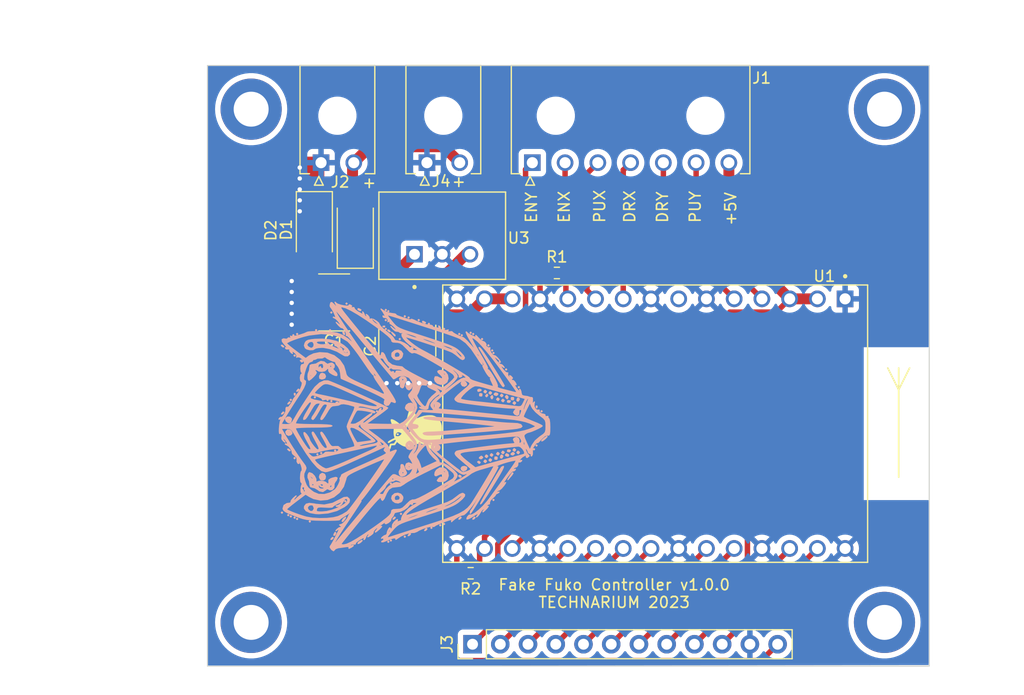
<source format=kicad_pcb>
(kicad_pcb (version 20221018) (generator pcbnew)
  (layers (0 "F.Cu" signal) (31 "B.Cu" signal) (35 "F.Paste" user) (36 "B.SilkS" user "B.Silkscreen") (37 "F.SilkS" user "F.Silkscreen") (38 "B.Mask" user) (39 "F.Mask" user) (44 "Edge.Cuts" user))
  (net 0 "")
  (net 2 "VCC")
  (net 3 "GND")
  (net 4 "+5V")
  (net 5 "/SWING_EN")
  (net 6 "+3V3")
  (net 7 "/ROTATION_STEP")
  (net 8 "/ROTATION_DIR")
  (net 9 "/SWING_DIR")
  (net 10 "/SWING_STEP")
  (net 15 "/ROTATION_EN")
  (net 16 "Net-(D1-A)")
  (net 17 "Net-(J3-Pin_2)")
  (net 18 "Net-(J3-Pin_3)")
  (net 19 "Net-(J3-Pin_4)")
  (net 20 "Net-(J3-Pin_5)")
  (net 21 "Net-(J3-Pin_6)")
  (net 22 "Net-(J3-Pin_7)")
  (net 23 "Net-(J3-Pin_8)")
  (net 24 "Net-(J3-Pin_9)")
  (net 25 "Net-(J3-Pin_10)")
  (footprint "MountingHole:MountingHole_3.2mm_M3_DIN965_Pad" (layer "F.Cu") (at 158 116)
    (fp_text reference "H3" hide)
    (fp_text value "MountingHole_Pad")
    (pad "1" thru_hole circle (at 0 0) (size 5.6 5.6) (drill 3.2) (layers "*.Cu" "*.Mask"))
  )
  (footprint "miceuz-lib:technarium-logo" (layer "F.Cu") (at 119 98 90)
    (fp_text reference "G***" hide)
    (fp_text value "LOGO" hide)
  )
  (footprint "fuko:MOLEX_2157601002" (layer "F.Cu") (at 106.4 73.9 180)
    (fp_text reference "J2" (at -1.75 -1.7718) (layer "F.SilkS"))
    (fp_text value "Conn_01x02")
    (pad "" np_thru_hole circle (at -1.5 4.3 180) (size 3 3) (drill 3) (layers "*.Cu" "*.Mask"))
    (pad "1" thru_hole rect (at 0 0 180) (size 1.52 1.52) (drill 1.02) (layers "*.Cu") (net 3 "GND"))
    (pad "2" thru_hole circle (at -3 0 180) (size 1.52 1.52) (drill 1.02) (layers "*.Cu") (net 16 "Net-(D1-A)"))
  )
  (footprint "fuko:CONV_P78E05-1000" (layer "F.Cu") (at 117.5 82.2875)
    (fp_text reference "U3" (at 7 -1.4875) (layer "F.SilkS"))
    (fp_text value "P78E05-1000")
    (pad "1" thru_hole rect (at -2.54 0) (size 1.508 1.508) (drill 1) (layers "*.Cu" "*.Mask") (net 2 "VCC"))
    (pad "2" thru_hole circle (at 0 0) (size 1.508 1.508) (drill 1) (layers "*.Cu" "*.Mask") (net 3 "GND"))
    (pad "3" thru_hole circle (at 2.54 0) (size 1.508 1.508) (drill 1) (layers "*.Cu" "*.Mask") (net 4 "+5V"))
  )
  (footprint "fuko:XCVR_ESP32-C3-DEVKITM-1" (layer "F.Cu") (at 137 97.8 -90)
    (fp_text reference "U1" (at -13.5 -15.5) (layer "F.SilkS"))
    (fp_text value "ESP32-C3-DEVKITM-1")
    (pad "1" thru_hole rect (at -11.43 -17.395 270) (size 1.53 1.53) (drill 1.02) (layers "*.Cu" "*.Mask") (net 3 "GND"))
    (pad "2" thru_hole circle (at -11.43 -14.855 270) (size 1.53 1.53) (drill 1.02) (layers "*.Cu" "*.Mask") (net 6 "+3V3"))
    (pad "3" thru_hole circle (at -11.43 -12.315 270) (size 1.53 1.53) (drill 1.02) (layers "*.Cu" "*.Mask") (net 6 "+3V3"))
    (pad "4" thru_hole circle (at -11.43 -9.775 270) (size 1.53 1.53) (drill 1.02) (layers "*.Cu" "*.Mask") (net 7 "/ROTATION_STEP"))
    (pad "5" thru_hole circle (at -11.43 -7.235 270) (size 1.53 1.53) (drill 1.02) (layers "*.Cu" "*.Mask") (net 8 "/ROTATION_DIR"))
    (pad "6" thru_hole circle (at -11.43 -4.695 270) (size 1.53 1.53) (drill 1.02) (layers "*.Cu" "*.Mask") (net 3 "GND"))
    (pad "7" thru_hole circle (at -11.43 -2.155 270) (size 1.53 1.53) (drill 1.02) (layers "*.Cu" "*.Mask"))
    (pad "8" thru_hole circle (at -11.43 0.385 270) (size 1.53 1.53) (drill 1.02) (layers "*.Cu" "*.Mask") (net 3 "GND"))
    (pad "9" thru_hole circle (at -11.43 2.925 270) (size 1.53 1.53) (drill 1.02) (layers "*.Cu" "*.Mask") (net 9 "/SWING_DIR"))
    (pad "10" thru_hole circle (at -11.43 5.465 270) (size 1.53 1.53) (drill 1.02) (layers "*.Cu" "*.Mask") (net 10 "/SWING_STEP"))
    (pad "11" thru_hole circle (at -11.43 8.005 270) (size 1.53 1.53) (drill 1.02) (layers "*.Cu" "*.Mask") (net 5 "/SWING_EN"))
    (pad "12" thru_hole circle (at -11.43 10.545 270) (size 1.53 1.53) (drill 1.02) (layers "*.Cu" "*.Mask") (net 3 "GND"))
    (pad "13" thru_hole circle (at -11.43 13.085 270) (size 1.53 1.53) (drill 1.02) (layers "*.Cu" "*.Mask") (net 4 "+5V"))
    (pad "14" thru_hole circle (at -11.43 15.625 270) (size 1.53 1.53) (drill 1.02) (layers "*.Cu" "*.Mask") (net 4 "+5V"))
    (pad "15" thru_hole circle (at -11.43 18.165 270) (size 1.53 1.53) (drill 1.02) (layers "*.Cu" "*.Mask") (net 3 "GND"))
    (pad "16" thru_hole circle (at 11.43 18.165 270) (size 1.53 1.53) (drill 1.02) (layers "*.Cu" "*.Mask") (net 3 "GND"))
    (pad "17" thru_hole circle (at 11.43 15.625 270) (size 1.53 1.53) (drill 1.02) (layers "*.Cu" "*.Mask") (net 15 "/ROTATION_EN"))
    (pad "18" thru_hole circle (at 11.43 13.085 270) (size 1.53 1.53) (drill 1.02) (layers "*.Cu" "*.Mask") (net 23 "Net-(J3-Pin_8)"))
    (pad "19" thru_hole circle (at 11.43 10.545 270) (size 1.53 1.53) (drill 1.02) (layers "*.Cu" "*.Mask") (net 3 "GND"))
    (pad "20" thru_hole circle (at 11.43 8.005 270) (size 1.53 1.53) (drill 1.02) (layers "*.Cu" "*.Mask") (net 17 "Net-(J3-Pin_2)"))
    (pad "21" thru_hole circle (at 11.43 5.465 270) (size 1.53 1.53) (drill 1.02) (layers "*.Cu" "*.Mask") (net 18 "Net-(J3-Pin_3)"))
    (pad "22" thru_hole circle (at 11.43 2.925 270) (size 1.53 1.53) (drill 1.02) (layers "*.Cu" "*.Mask") (net 19 "Net-(J3-Pin_4)"))
    (pad "23" thru_hole circle (at 11.43 0.385 270) (size 1.53 1.53) (drill 1.02) (layers "*.Cu" "*.Mask") (net 20 "Net-(J3-Pin_5)"))
    (pad "24" thru_hole circle (at 11.43 -2.155 270) (size 1.53 1.53) (drill 1.02) (layers "*.Cu" "*.Mask") (net 3 "GND"))
    (pad "25" thru_hole circle (at 11.43 -4.695 270) (size 1.53 1.53) (drill 1.02) (layers "*.Cu" "*.Mask") (net 21 "Net-(J3-Pin_6)"))
    (pad "26" thru_hole circle (at 11.43 -7.235 270) (size 1.53 1.53) (drill 1.02) (layers "*.Cu" "*.Mask") (net 22 "Net-(J3-Pin_7)"))
    (pad "27" thru_hole circle (at 11.43 -9.775 270) (size 1.53 1.53) (drill 1.02) (layers "*.Cu" "*.Mask") (net 3 "GND"))
    (pad "28" thru_hole circle (at 11.43 -12.315 270) (size 1.53 1.53) (drill 1.02) (layers "*.Cu" "*.Mask") (net 24 "Net-(J3-Pin_9)"))
    (pad "29" thru_hole circle (at 11.43 -14.855 270) (size 1.53 1.53) (drill 1.02) (layers "*.Cu" "*.Mask") (net 25 "Net-(J3-Pin_10)"))
    (pad "30" thru_hole circle (at 11.43 -17.395 270) (size 1.53 1.53) (drill 1.02) (layers "*.Cu" "*.Mask") (net 3 "GND"))
  )
  (footprint "MountingHole:MountingHole_3.2mm_M3_DIN965_Pad" (layer "F.Cu") (at 100 69)
    (fp_text reference "H1" hide)
    (fp_text value "MountingHole_Pad")
    (pad "1" thru_hole circle (at 0 0) (size 5.6 5.6) (drill 3.2) (layers "*.Cu" "*.Mask"))
  )
  (footprint "fuko:MOLEX_2157601002" (layer "F.Cu") (at 116.1 73.9 180)
    (fp_text reference "J4" (at -1.3 -1.7) (layer "F.SilkS"))
    (fp_text value "Conn_01x02")
    (pad "" np_thru_hole circle (at -1.5 4.3 180) (size 3 3) (drill 3) (layers "*.Cu" "*.Mask"))
    (pad "1" thru_hole rect (at 0 0 180) (size 1.52 1.52) (drill 1.02) (layers "*.Cu") (net 3 "GND"))
    (pad "2" thru_hole circle (at -3 0 180) (size 1.52 1.52) (drill 1.02) (layers "*.Cu") (net 16 "Net-(D1-A)"))
  )
  (footprint "Capacitor_SMD:C_2220_5650Metric" (layer "F.Cu") (at 114.3 90.2 -90)
    (fp_text reference "C2" (at 0.5 3.4 90) (layer "F.SilkS"))
    (fp_text value "22u")
    (pad "1" smd roundrect (at -2.55 0 270) (size 1.8 5.4) (layers "F.Cu" "F.Paste" "F.Mask") (roundrect_rratio 0.1388888889) (net 4 "+5V"))
    (pad "2" smd roundrect (at 2.55 0 270) (size 1.8 5.4) (layers "F.Cu" "F.Paste" "F.Mask") (roundrect_rratio 0.1388888889) (net 3 "GND"))
  )
  (footprint "Connector_PinHeader_2.54mm:PinHeader_1x12_P2.54mm_Vertical" (layer "F.Cu") (at 120.275 118 90)
    (fp_text reference "J3" (at 0 -2.33 90) (layer "F.SilkS"))
    (fp_text value "Conn_01x12")
    (pad "1" thru_hole rect (at 0 0 90) (size 1.7 1.7) (drill 1) (layers "*.Cu" "*.Mask") (net 6 "+3V3"))
    (pad "2" thru_hole oval (at 0 2.54 90) (size 1.7 1.7) (drill 1) (layers "*.Cu" "*.Mask") (net 17 "Net-(J3-Pin_2)"))
    (pad "3" thru_hole oval (at 0 5.08 90) (size 1.7 1.7) (drill 1) (layers "*.Cu" "*.Mask") (net 18 "Net-(J3-Pin_3)"))
    (pad "4" thru_hole oval (at 0 7.62 90) (size 1.7 1.7) (drill 1) (layers "*.Cu" "*.Mask") (net 19 "Net-(J3-Pin_4)"))
    (pad "5" thru_hole oval (at 0 10.16 90) (size 1.7 1.7) (drill 1) (layers "*.Cu" "*.Mask") (net 20 "Net-(J3-Pin_5)"))
    (pad "6" thru_hole oval (at 0 12.7 90) (size 1.7 1.7) (drill 1) (layers "*.Cu" "*.Mask") (net 21 "Net-(J3-Pin_6)"))
    (pad "7" thru_hole oval (at 0 15.24 90) (size 1.7 1.7) (drill 1) (layers "*.Cu" "*.Mask") (net 22 "Net-(J3-Pin_7)"))
    (pad "8" thru_hole oval (at 0 17.78 90) (size 1.7 1.7) (drill 1) (layers "*.Cu" "*.Mask") (net 23 "Net-(J3-Pin_8)"))
    (pad "9" thru_hole oval (at 0 20.32 90) (size 1.7 1.7) (drill 1) (layers "*.Cu" "*.Mask") (net 24 "Net-(J3-Pin_9)"))
    (pad "10" thru_hole oval (at 0 22.86 90) (size 1.7 1.7) (drill 1) (layers "*.Cu" "*.Mask") (net 25 "Net-(J3-Pin_10)"))
    (pad "11" thru_hole oval (at 0 25.4 90) (size 1.7 1.7) (drill 1) (layers "*.Cu" "*.Mask") (net 3 "GND"))
    (pad "12" thru_hole oval (at 0 27.94 90) (size 1.7 1.7) (drill 1) (layers "*.Cu" "*.Mask") (net 4 "+5V"))
  )
  (footprint "Diode_SMD:D_SMA" (layer "F.Cu") (at 109.5375 80.06 90)
    (fp_text reference "D1" (at 0.02 -6.325 90) (layer "F.SilkS"))
    (fp_text value "D")
    (pad "1" smd roundrect (at -2 0 90) (size 2.5 1.8) (layers "F.Cu" "F.Paste" "F.Mask") (roundrect_rratio 0.1388888889) (net 2 "VCC"))
    (pad "2" smd roundrect (at 2 0 90) (size 2.5 1.8) (layers "F.Cu" "F.Paste" "F.Mask") (roundrect_rratio 0.1388888889) (net 16 "Net-(D1-A)"))
  )
  (footprint "Resistor_SMD:R_0603_1608Metric" (layer "F.Cu") (at 128 84 180)
    (fp_text reference "R1" (at 0 1.47) (layer "F.SilkS"))
    (fp_text value "1k")
    (pad "1" smd roundrect (at -0.825 0 180) (size 0.8 0.95) (layers "F.Cu" "F.Paste" "F.Mask") (net 5 "/SWING_EN"))
    (pad "2" smd roundrect (at 0.825 0 180) (size 0.8 0.95) (layers "F.Cu" "F.Paste" "F.Mask") (net 3 "GND"))
  )
  (footprint "miceuz-lib:catnip" (layer "F.Cu") (at 115 98.3)
    (fp_text reference "G***" hide)
    (fp_text value "LOGO" hide)
  )
  (footprint "MountingHole:MountingHole_3.2mm_M3_DIN965_Pad" (layer "F.Cu") (at 100 116)
    (fp_text reference "H4" hide)
    (fp_text value "MountingHole_Pad")
    (pad "1" thru_hole circle (at 0 0) (size 5.6 5.6) (drill 3.2) (layers "*.Cu" "*.Mask"))
  )
  (footprint "Resistor_SMD:R_0603_1608Metric" (layer "F.Cu") (at 120.1 111.5 180)
    (fp_text reference "R2" (at 0 -1.43) (layer "F.SilkS"))
    (fp_text value "1k")
    (pad "1" smd roundrect (at -0.825 0 180) (size 0.8 0.95) (layers "F.Cu" "F.Paste" "F.Mask") (net 15 "/ROTATION_EN"))
    (pad "2" smd roundrect (at 0.825 0 180) (size 0.8 0.95) (layers "F.Cu" "F.Paste" "F.Mask") (net 3 "GND"))
  )
  (footprint "Capacitor_SMD:C_2220_5650Metric" (layer "F.Cu") (at 107.6 86.7 180)
    (fp_text reference "C1" (at 0 -3.5) (layer "F.SilkS"))
    (fp_text value "10u")
    (pad "1" smd roundrect (at -2.55 0 180) (size 1.8 5.4) (layers "F.Cu" "F.Paste" "F.Mask") (roundrect_rratio 0.1388888889) (net 2 "VCC"))
    (pad "2" smd roundrect (at 2.55 0 180) (size 1.8 5.4) (layers "F.Cu" "F.Paste" "F.Mask") (roundrect_rratio 0.1388888889) (net 3 "GND"))
  )
  (footprint "Diode_SMD:D_SMA" (layer "F.Cu") (at 105.7875 80.06 -90)
    (fp_text reference "D2" (at 0.04 3.9875 90) (layer "F.SilkS"))
    (fp_text value "D_TVS")
    (pad "1" smd roundrect (at -2 0 270) (size 2.5 1.8) (layers "F.Cu" "F.Paste" "F.Mask") (roundrect_rratio 0.1388888889) (net 3 "GND"))
    (pad "2" smd roundrect (at 2 0 270) (size 2.5 1.8) (layers "F.Cu" "F.Paste" "F.Mask") (roundrect_rratio 0.1388888889) (net 2 "VCC"))
  )
  (footprint "fuko:MOLEX_2157601007" (layer "F.Cu") (at 125.75 73.9 180)
    (fp_text reference "J1" (at -21 7.75 180) (layer "F.SilkS"))
    (fp_text value "Conn_01x05")
    (pad "" np_thru_hole circle (at -15.85 4.3 180) (size 3 3) (drill 3) (layers "*.Cu" "*.Mask"))
    (pad "" np_thru_hole circle (at -2.15 4.3 180) (size 3 3) (drill 3) (layers "*.Cu" "*.Mask"))
    (pad "1" thru_hole rect (at 0 0 180) (size 1.52 1.52) (drill 1.02) (layers "*.Cu") (net 15 "/ROTATION_EN"))
    (pad "2" thru_hole circle (at -3 0 180) (size 1.52 1.52) (drill 1.02) (layers "*.Cu") (net 5 "/SWING_EN"))
    (pad "3" thru_hole circle (at -6 0 180) (size 1.52 1.52) (drill 1.02) (layers "*.Cu") (net 10 "/SWING_STEP"))
    (pad "4" thru_hole circle (at -9 0 180) (size 1.52 1.52) (drill 1.02) (layers "*.Cu") (net 9 "/SWING_DIR"))
    (pad "5" thru_hole circle (at -12 0 180) (size 1.52 1.52) (drill 1.02) (layers "*.Cu") (net 8 "/ROTATION_DIR"))
    (pad "6" thru_hole circle (at -15 0 180) (size 1.52 1.52) (drill 1.02) (layers "*.Cu") (net 7 "/ROTATION_STEP"))
    (pad "7" thru_hole circle (at -18 0 180) (size 1.52 1.52) (drill 1.02) (layers "*.Cu") (net 6 "+3V3"))
  )
  (footprint "MountingHole:MountingHole_3.2mm_M3_DIN965_Pad" (layer "F.Cu") (at 158 69)
    (fp_text reference "H2" hide)
    (fp_text value "MountingHole_Pad")
    (pad "1" thru_hole circle (at 0 0) (size 5.6 5.6) (drill 3.2) (layers "*.Cu" "*.Mask"))
  )
  (gr_line (start 159.3 102.7) (end 159.3 92.7) (stroke (width 0.15)) (layer "F.SilkS"))
  (gr_line (start 159.3 94.7) (end 158.3 92.7) (stroke (width 0.15)) (layer "F.SilkS"))
  (gr_line (start 159.3 94.7) (end 160.3 92.7) (stroke (width 0.15)) (layer "F.SilkS"))
  (gr_rect (start 96 65) (end 162.1 120) (stroke (width 0.1)) (fill none) (layer "Edge.Cuts"))
  (gr_text "ENX" (at 129.25 79.5 90) (layer "F.SilkS") (effects (font (size 1 1)) (justify left bottom)))
  (gr_text "DRX" (at 135.25 79.5 90) (layer "F.SilkS") (effects (font (size 1 1)) (justify left bottom)))
  (gr_text "PUY" (at 141.25 79.5 90) (layer "F.SilkS") (effects (font (size 1 1)) (justify left bottom)))
  (gr_text "PUX" (at 132.5 79.5 90) (layer "F.SilkS") (effects (font (size 1 1)) (justify left bottom)))
  (gr_text "Fake Fuko Controller v1.0.0\nTECHNARIUM 2023" (at 133.25 114.75) (layer "F.SilkS") (effects (font (size 1 1)) (justify bottom)))
  (gr_text "+5V" (at 144.5 79.75 90) (layer "F.SilkS") (effects (font (size 1 1)) (justify left bottom)))
  (gr_text "+" (at 118.3 76.2) (layer "F.SilkS") (effects (font (size 1 1)) (justify left bottom)))
  (gr_text "DRY" (at 138.25 79.5 90) (layer "F.SilkS") (effects (font (size 1 1)) (justify left bottom)))
  (gr_text "+" (at 110.1 76.3) (layer "F.SilkS") (effects (font (size 1 1)) (justify left bottom)))
  (gr_text "ENY" (at 126.25 79.5 90) (layer "F.SilkS") (effects (font (size 1 1)) (justify left bottom)))
  (segment (start 109.5375 82.06) (end 109.5375 86.0875) (width 1) (layer "F.Cu") (net 2))
  (segment (start 109.5375 86.0875) (end 110.15 86.7) (width 1) (layer "F.Cu") (net 2))
  (segment (start 110.5475 86.7) (end 114.96 82.2875) (width 1) (layer "F.Cu") (net 2))
  (segment (start 109.5375 82.06) (end 105.7875 82.06) (width 1) (layer "F.Cu") (net 2))
  (segment (start 110.15 86.7) (end 110.5475 86.7) (width 1) (layer "F.Cu") (net 2))
  (segment (start 114.34 94.0475) (end 114.38 94.0875) (width 1) (layer "F.Cu") (net 3))
  (segment (start 105.7875 78.06) (end 105.7875 74.5125) (width 1) (layer "F.Cu") (net 3))
  (segment (start 119.275 111.5) (end 118.835 111.06) (width 0.5) (layer "F.Cu") (net 3))
  (segment (start 126.455 84.72) (end 126.455 86.37) (width 0.5) (layer "F.Cu") (net 3))
  (segment (start 105.7875 76.31) (end 104.49 76.31) (width 1) (layer "F.Cu") (net 3))
  (segment (start 127.175 84) (end 126.455 84.72) (width 0.5) (layer "F.Cu") (net 3))
  (segment (start 104.49 76.31) (end 104.45 76.35) (width 1) (layer "F.Cu") (net 3))
  (segment (start 105.7875 74.5125) (end 106.4 73.9) (width 1) (layer "F.Cu") (net 3))
  (segment (start 103.7525 86.7) (end 103.7125 86.74) (width 1) (layer "F.Cu") (net 3))
  (segment (start 118.835 111.06) (end 118.835 109.23) (width 0.5) (layer "F.Cu") (net 3))
  (segment (start 105.05 86.7) (end 103.7525 86.7) (width 1) (layer "F.Cu") (net 3))
  (segment (start 114.34 92.75) (end 114.34 94.0475) (width 1) (layer "F.Cu") (net 3))
  (via (at 113.38 94.0875) (size 0.8) (drill 0.4) (layers "F.Cu" "B.Cu") (net 3))
  (via (at 104.45 76.35) (size 0.8) (drill 0.4) (layers "F.Cu" "B.Cu") (net 3))
  (via (at 104.45 74.35) (size 0.8) (drill 0.4) (layers "F.Cu" "B.Cu") (net 3))
  (via (at 103.7125 84.74) (size 0.8) (drill 0.4) (layers "F.Cu" "B.Cu") (net 3))
  (via (at 104.45 75.35) (size 0.8) (drill 0.4) (layers "F.Cu" "B.Cu") (net 3))
  (via (at 103.7125 85.74) (size 0.8) (drill 0.4) (layers "F.Cu" "B.Cu") (net 3))
  (via (at 103.7125 86.74) (size 0.8) (drill 0.4) (layers "F.Cu" "B.Cu") (net 3))
  (via (at 103.7125 87.74) (size 0.8) (drill 0.4) (layers "F.Cu" "B.Cu") (net 3))
  (via (at 114.38 94.0875) (size 0.8) (drill 0.4) (layers "F.Cu" "B.Cu") (net 3))
  (via (at 103.7125 88.74) (size 0.8) (drill 0.4) (layers "F.Cu" "B.Cu") (net 3))
  (via (at 115.38 94.0875) (size 0.8) (drill 0.4) (layers "F.Cu" "B.Cu") (net 3))
  (via (at 104.45 77.35) (size 0.8) (drill 0.4) (layers "F.Cu" "B.Cu") (net 3))
  (via (at 112.399997 94.087441) (size 0.8) (drill 0.4) (layers "F.Cu" "B.Cu") (net 3))
  (via (at 116.38 94.0875) (size 0.8) (drill 0.4) (layers "F.Cu" "B.Cu") (net 3))
  (via (at 104.45 78.35) (size 0.8) (drill 0.4) (layers "F.Cu" "B.Cu") (net 3))
  (segment (start 120.04 82.2875) (end 119.6625 82.2875) (width 1) (layer "F.Cu") (net 4))
  (segment (start 114.3 87.65) (end 110.2 91.75) (width 0.5) (layer "F.Cu") (net 4))
  (segment (start 117.75 119.5) (end 146.715 119.5) (width 0.5) (layer "F.Cu") (net 4))
  (segment (start 114.3 87.65) (end 114.485 87.835) (width 1) (layer "F.Cu") (net 4))
  (segment (start 114.485 87.835) (end 119.91 87.835) (width 1) (layer "F.Cu") (net 4))
  (segment (start 123.915 86.37) (end 121.375 86.37) (width 1) (layer "F.Cu") (net 4))
  (segment (start 114.3 87.65) (end 111.9875 87.65) (width 0.5) (layer "F.Cu") (net 4))
  (segment (start 110.2 111.95) (end 117.75 119.5) (width 0.5) (layer "F.Cu") (net 4))
  (segment (start 119.6625 82.2875) (end 114.3 87.65) (width 1) (layer "F.Cu") (net 4))
  (segment (start 114.21 87.56) (end 114.3 87.65) (width 1) (layer "F.Cu") (net 4))
  (segment (start 146.715 119.5) (end 148.215 118) (width 0.5) (layer "F.Cu") (net 4))
  (segment (start 110.2 91.75) (end 110.2 111.95) (width 0.5) (layer "F.Cu") (net 4))
  (segment (start 119.91 87.835) (end 121.375 86.37) (width 1) (layer "F.Cu") (net 4))
  (segment (start 128.825 86.2) (end 128.825 84) (width 0.5) (layer "F.Cu") (net 5))
  (segment (start 128.995 86.37) (end 128.825 86.2) (width 0.5) (layer "F.Cu") (net 5))
  (segment (start 128.75 83.925) (end 128.75 73.9) (width 0.5) (layer "F.Cu") (net 5))
  (segment (start 128.825 84) (end 128.75 83.925) (width 0.5) (layer "F.Cu") (net 5))
  (segment (start 122.59 108.83673) (end 122.59 115.685) (width 0.5) (layer "F.Cu") (net 6))
  (segment (start 143.75 76.45) (end 148.315 81.015) (width 1) (layer "F.Cu") (net 6))
  (segment (start 122.59 115.685) (end 120.275 118) (width 0.5) (layer "F.Cu") (net 6))
  (segment (start 143.75 73.9) (end 143.75 76.45) (width 1) (layer "F.Cu") (net 6))
  (segment (start 148.1 87.585) (end 143.84173 87.585) (width 0.5) (layer "F.Cu") (net 6))
  (segment (start 148.315 85.37) (end 149.315 86.37) (width 1) (layer "F.Cu") (net 6))
  (segment (start 143.84173 87.585) (end 122.59 108.83673) (width 0.5) (layer "F.Cu") (net 6))
  (segment (start 149.315 86.37) (end 148.1 87.585) (width 0.5) (layer "F.Cu") (net 6))
  (segment (start 151.855 86.37) (end 149.315 86.37) (width 1) (layer "F.Cu") (net 6))
  (segment (start 148.315 81.015) (end 148.315 85.37) (width 1) (layer "F.Cu") (net 6))
  (segment (start 140.75 73.9) (end 140.75 76.45) (width 0.5) (layer "F.Cu") (net 7))
  (segment (start 140.75 76.45) (end 145.775 81.475) (width 0.5) (layer "F.Cu") (net 7))
  (segment (start 145.775 81.475) (end 145.775 85.37) (width 0.5) (layer "F.Cu") (net 7))
  (segment (start 145.775 85.37) (end 146.775 86.37) (width 0.5) (layer "F.Cu") (net 7))
  (segment (start 143.235 85.37) (end 144.235 86.37) (width 0.5) (layer "F.Cu") (net 8))
  (segment (start 137.75 73.9) (end 137.75 75.55) (width 0.5) (layer "F.Cu") (net 8))
  (segment (start 137.75 75.55) (end 143.235 81.035) (width 0.5) (layer "F.Cu") (net 8))
  (segment (start 143.235 81.035) (end 143.235 85.37) (width 0.5) (layer "F.Cu") (net 8))
  (segment (start 134.075 74.575) (end 134.075 86.37) (width 0.5) (layer "F.Cu") (net 9))
  (segment (start 134.75 73.9) (end 134.075 74.575) (width 0.5) (layer "F.Cu") (net 9))
  (segment (start 130.75 74.9) (end 130.75 85.585) (width 0.5) (layer "F.Cu") (net 10))
  (segment (start 131.75 73.9) (end 130.75 74.9) (width 0.5) (layer "F.Cu") (net 10))
  (segment (start 130.75 85.585) (end 131.535 86.37) (width 0.5) (layer "F.Cu") (net 10))
  (segment (start 125.13 104.393127) (end 121.375 108.148127) (width 0.5) (layer "F.Cu") (net 15))
  (segment (start 120.925 111.5) (end 120.925 109.6) (width 0.5) (layer "F.Cu") (net 15))
  (segment (start 121.375 108.148127) (end 121.375 109.23) (width 0.5) (layer "F.Cu") (net 15))
  (segment (start 121.295 109.23) (end 121.375 109.23) (width 0.5) (layer "F.Cu") (net 15))
  (segment (start 125.13 74.52) (end 125.13 104.393127) (width 0.5) (layer "F.Cu") (net 15))
  (segment (start 125.75 73.9) (end 125.13 74.52) (width 0.5) (layer "F.Cu") (net 15))
  (segment (start 120.925 109.6) (end 121.295 109.23) (width 0.5) (layer "F.Cu") (net 15))
  (segment (start 109.4 73.9) (end 110.86 72.44) (width 1) (layer "F.Cu") (net 16))
  (segment (start 109.2875 77.81) (end 109.5375 78.06) (width 1) (layer "F.Cu") (net 16))
  (segment (start 109.2875 74.0125) (end 109.2875 77.81) (width 1) (layer "F.Cu") (net 16))
  (segment (start 109.4 73.9) (end 109.2875 74.0125) (width 1) (layer "F.Cu") (net 16))
  (segment (start 110.86 72.44) (end 117.64 72.44) (width 1) (layer "F.Cu") (net 16))
  (segment (start 117.64 72.44) (end 119.1 73.9) (width 1) (layer "F.Cu") (net 16))
  (segment (start 126.995 111.23) (end 126.995 113.82) (width 0.5) (layer "F.Cu") (net 17))
  (segment (start 126.995 113.82) (end 122.815 118) (width 0.5) (layer "F.Cu") (net 17))
  (segment (start 128.995 109.23) (end 126.995 111.23) (width 0.5) (layer "F.Cu") (net 17))
  (segment (start 129.535 111.23) (end 129.535 113.82) (width 0.5) (layer "F.Cu") (net 18))
  (segment (start 129.535 113.82) (end 125.355 118) (width 0.5) (layer "F.Cu") (net 18))
  (segment (start 131.535 109.23) (end 129.535 111.23) (width 0.5) (layer "F.Cu") (net 18))
  (segment (start 132.075 111.23) (end 132.075 113.82) (width 0.5) (layer "F.Cu") (net 19))
  (segment (start 132.075 113.82) (end 127.895 118) (width 0.5) (layer "F.Cu") (net 19))
  (segment (start 134.075 109.23) (end 132.075 111.23) (width 0.5) (layer "F.Cu") (net 19))
  (segment (start 136.615 109.23) (end 134.615 111.23) (width 0.5) (layer "F.Cu") (net 20))
  (segment (start 134.615 113.82) (end 130.435 118) (width 0.5) (layer "F.Cu") (net 20))
  (segment (start 134.615 111.23) (end 134.615 113.82) (width 0.5) (layer "F.Cu") (net 20))
  (segment (start 141.695 109.23) (end 141.695 109.28) (width 0.5) (layer "F.Cu") (net 21))
  (segment (start 141.695 109.28) (end 132.975 118) (width 0.5) (layer "F.Cu") (net 21))
  (segment (start 144.235 109.28) (end 135.515 118) (width 0.5) (layer "F.Cu") (net 22))
  (segment (start 144.235 109.23) (end 144.235 109.28) (width 0.5) (layer "F.Cu") (net 22))
  (segment (start 144.5 106.9) (end 145.45 107.85) (width 0.5) (layer "F.Cu") (net 23))
  (segment (start 126.245 106.9) (end 144.5 106.9) (width 0.5) (layer "F.Cu") (net 23))
  (segment (start 145.45 107.85) (end 145.45 110.605) (width 0.5) (layer "F.Cu") (net 23))
  (segment (start 123.915 109.23) (end 126.245 106.9) (width 0.5) (layer "F.Cu") (net 23))
  (segment (start 145.45 110.605) (end 138.055 118) (width 0.5) (layer "F.Cu") (net 23))
  (segment (start 149.315 109.23) (end 149.315 109.28) (width 0.5) (layer "F.Cu") (net 24))
  (segment (start 149.315 109.28) (end 140.595 118) (width 0.5) (layer "F.Cu") (net 24))
  (segment (start 151.855 109.23) (end 150.855 110.23) (width 0.5) (layer "F.Cu") (net 25))
  (segment (start 150.855 110.28) (end 143.135 118) (width 0.5) (layer "F.Cu") (net 25))
  (segment (start 150.855 110.23) (end 150.855 110.28) (width 0.5) (layer "F.Cu") (net 25))
  (zone (net 3) (net_name "GND") (layer "F.Cu") (priority 1) (connect_pads yes (clearance 0.5)) (min_thickness 0.25) (fill yes (thermal_gap 0.5) (thermal_bridge_width 0.5))
    (polygon (pts (xy 103.2125 89.49) (xy 103.2125 83.74) (xy 105.9625 83.74) (xy 105.9625 89.49)))
  )
  (zone (net 3) (net_name "GND") (layer "F.Cu") (priority 1) (connect_pads yes (clearance 0.5)) (min_thickness 0.25) (fill yes (thermal_gap 0.5) (thermal_bridge_width 0.5))
    (polygon (pts (xy 103.95 79.35) (xy 103.95 73.35) (xy 106.7 73.35) (xy 106.7 79.35)))
  )
  (zone (net 3) (net_name "GND") (layer "F.Cu") (priority 1) (connect_pads yes (clearance 0.5)) (min_thickness 0.25) (fill yes (thermal_gap 0.5) (thermal_bridge_width 0.5))
    (polygon (pts (xy 117.13 94.5875) (xy 111.38 94.5875) (xy 111.38 91.8375) (xy 117.13 91.8375)))
  )
  (zone (net 0) (net_name "") (layers "F&B.Cu") (connect_pads (clearance 0)) (min_thickness 0.25)
    (keepout (tracks allowed) (vias allowed) (pads allowed) (copperpour not_allowed) (footprints allowed))
    (fill (thermal_gap 0.5) (thermal_bridge_width 0.5))
    (polygon (pts (xy 162.1 90.8) (xy 156.1 90.8) (xy 156.1 104.8) (xy 162.1 104.8)))
  )
  (zone (net 3) (net_name "GND") (layer "B.Cu") (connect_pads (clearance 0.5)) (min_thickness 0.25) (fill yes (thermal_gap 0.5) (thermal_bridge_width 0.5))
    (polygon (pts (xy 77 65) (xy 162.1 64.9) (xy 162.1 119.9) (xy 77 120)))
  )
)
</source>
